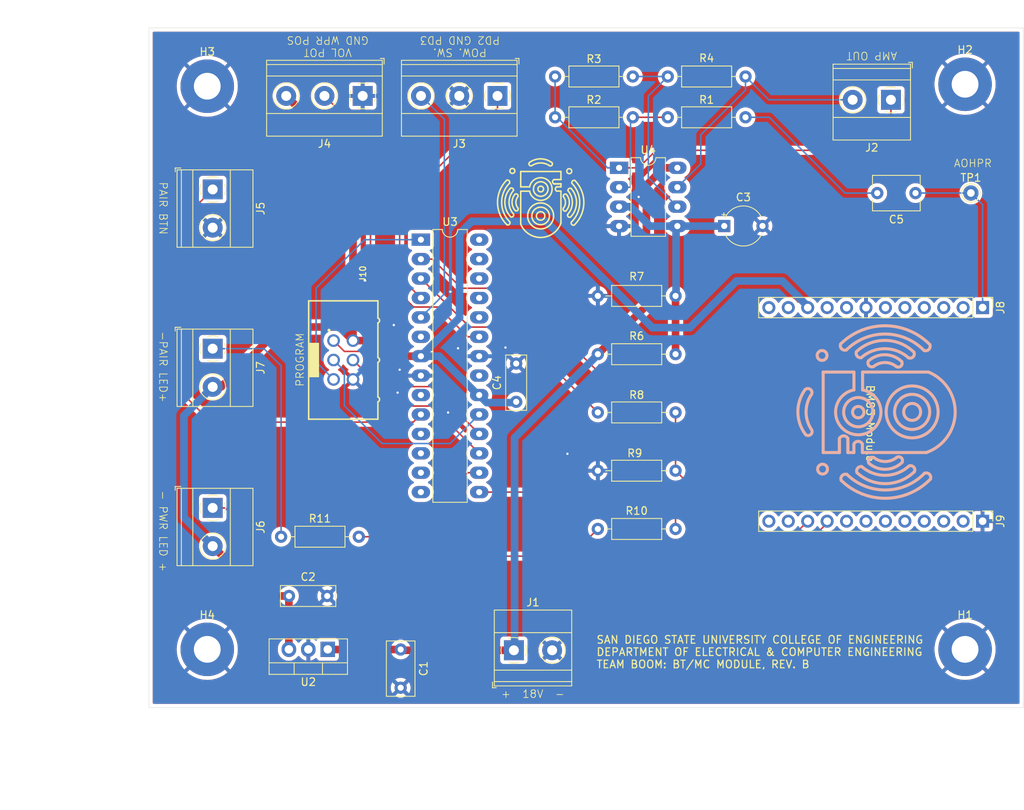
<source format=kicad_pcb>
(kicad_pcb (version 20240108) (generator "pcbnew") (generator_version "8.0")
  (layers (0 "F.Cu" signal) (31 "B.Cu" signal) (34 "B.Paste" user) (35 "F.Paste" user) (36 "B.SilkS" user "B.Silkscreen") (37 "F.SilkS" user "F.Silkscreen") (38 "B.Mask" user) (39 "F.Mask" user) (44 "Edge.Cuts" user))
  (net 0 "")
  (net 1 "AOHPR")
  (net 2 "Net-(J2-Pin_1)")
  (net 3 "Net-(J2-Pin_2)")
  (net 4 "GND")
  (net 5 "8V")
  (net 6 "18V")
  (net 7 "5V")
  (net 8 "Net-(J3-Pin_1)")
  (net 9 "Net-(J3-Pin_3)")
  (net 10 "Net-(J4-Pin_2)")
  (net 11 "Net-(J5-Pin_1)")
  (net 12 "Net-(J6-Pin_1)")
  (net 13 "Net-(J7-Pin_1)")
  (net 14 "/AIR")
  (net 17 "AOHPM")
  (net 18 "/P3_2")
  (net 20 "/SYS_PWR")
  (net 22 "/AIL")
  (net 24 "/RST_IN")
  (net 25 "/P3_4{slash}UART_RTS")
  (net 26 "BM83 Rx")
  (net 28 "BM83 Tx")
  (net 30 "/P2_7")
  (net 33 "/P0_5")
  (net 34 "Net-(U4A--)")
  (net 35 "Net-(U4B--)")
  (net 36 "Net-(U3-PB1)")
  (net 37 "Net-(U3-PB2)")
  (net 40 "Atmega TX")
  (net 42 "{slash}RESET")
  (net 44 "MISO")
  (net 45 "SCK")
  (net 52 "MOSI")
  (net 55 "Net-(C5-Pad2)")
  (footprint "MountingHole:MountingHole_3.5mm_Pad" (layer "F.Cu") (at 157.48 70.866)
    (property "Reference" "H2" (at 0 -4.5 0) (layer "F.SilkS"))
    (property "Value" "MountingHole_Pad")
    (pad "1" thru_hole circle (at 0 0) (size 7 7) (drill 3.5) (layers "*.Cu" "*.Mask") (net 4 "GND"))
  )
  (footprint "TerminalBlock_Phoenix:TerminalBlock_Phoenix_MKDS-1,5-3_1x03_P5.00mm_Horizontal" (layer "F.Cu") (at 96.36 72.39 180)
    (property "Reference" "J3" (at 5 -6.26 0) (layer "F.SilkS"))
    (property "Value" "PWR SW")
    (pad "1" thru_hole rect (at 0 0 180) (size 2.6 2.6) (drill 1.3) (layers "*.Cu" "*.Mask") (net 8 "Net-(J3-Pin_1)"))
    (pad "2" thru_hole circle (at 5 0 180) (size 2.6 2.6) (drill 1.3) (layers "*.Cu" "*.Mask") (net 4 "GND"))
    (pad "3" thru_hole circle (at 10 0 180) (size 2.6 2.6) (drill 1.3) (layers "*.Cu" "*.Mask") (net 9 "Net-(J3-Pin_3)"))
  )
  (footprint "Capacitor_THT:CP_Radial_Tantal_D5.0mm_P5.00mm" (layer "F.Cu") (at 126 89.4)
    (property "Reference" "C3" (at 2.5 -3.75 0) (layer "F.SilkS"))
    (property "Value" "10uF")
    (pad "1" thru_hole rect (at 0 0) (size 1.6 1.6) (drill 0.8) (layers "*.Cu" "*.Mask") (net 5 "8V"))
    (pad "2" thru_hole circle (at 5 0) (size 1.6 1.6) (drill 0.8) (layers "*.Cu" "*.Mask") (net 4 "GND"))
  )
  (footprint "TerminalBlock_Phoenix:TerminalBlock_Phoenix_MKDS-1,5-2_1x02_P5.00mm_Horizontal" (layer "F.Cu") (at 98.5 144.9)
    (property "Reference" "J1" (at 2.5 -6.26 0) (layer "F.SilkS"))
    (property "Value" "18V")
    (pad "1" thru_hole rect (at 0 0) (size 2.6 2.6) (drill 1.3) (layers "*.Cu" "*.Mask") (net 6 "18V"))
    (pad "2" thru_hole circle (at 5 0) (size 2.6 2.6) (drill 1.3) (layers "*.Cu" "*.Mask") (net 4 "GND"))
  )
  (footprint "Resistor_THT:R_Axial_DIN0207_L6.3mm_D2.5mm_P10.16mm_Horizontal" (layer "F.Cu") (at 119.634 121.412 180)
    (property "Reference" "R9" (at 5.334 2.286 0) (layer "F.SilkS"))
    (property "Value" "1.96k")
    (pad "1" thru_hole circle (at 0 0 180) (size 1.6 1.6) (drill 0.8) (layers "*.Cu" "*.Mask") (net 26 "BM83 Rx"))
    (pad "2" thru_hole oval (at 10.16 0 180) (size 1.6 1.6) (drill 0.8) (layers "*.Cu" "*.Mask") (net 4 "GND"))
  )
  (footprint "Capacitor_THT:C_Disc_D6.0mm_W4.4mm_P5.00mm" (layer "F.Cu") (at 151 85.1 180)
    (property "Reference" "C5" (at 2.5 -3.45 180) (layer "F.SilkS"))
    (property "Value" "10uF")
    (pad "1" thru_hole circle (at 0 0 180) (size 1.6 1.6) (drill 0.8) (layers "*.Cu" "*.Mask") (net 1 "AOHPR"))
    (pad "2" thru_hole circle (at 5 0 180) (size 1.6 1.6) (drill 0.8) (layers "*.Cu" "*.Mask") (net 55 "Net-(C5-Pad2)"))
  )
  (footprint "Resistor_THT:R_Axial_DIN0207_L6.3mm_D2.5mm_P10.16mm_Horizontal" (layer "F.Cu") (at 114.046 75.184 180)
    (property "Reference" "R2" (at 5.08 2.286 0) (layer "F.SilkS"))
    (property "Value" "4.7k")
    (pad "1" thru_hole circle (at 0 0 180) (size 1.6 1.6) (drill 0.8) (layers "*.Cu" "*.Mask") (net 34 "Net-(U4A--)"))
    (pad "2" thru_hole oval (at 10.16 0 180) (size 1.6 1.6) (drill 0.8) (layers "*.Cu" "*.Mask") (net 2 "Net-(J2-Pin_1)"))
  )
  (footprint "Connector_PinHeader_2.54mm:PinHeader_1x12_P2.54mm_Vertical" (layer "F.Cu") (at 159.771 100.076 -90)
    (property "Reference" "J8" (at 0 -2.33 90) (layer "F.SilkS"))
    (property "Value" "Conn_01x12")
    (pad "1" thru_hole rect (at 0 0 270) (size 1.7 1.7) (drill 1) (layers "*.Cu" "*.Mask") (net 1 "AOHPR"))
    (pad "2" thru_hole oval (at 0 2.54 270) (size 1.7 1.7) (drill 1) (layers "*.Cu" "*.Mask") (net 17 "AOHPM"))
    (pad "3" thru_hole oval (at 0 5.08 270) (size 1.7 1.7) (drill 1) (layers "*.Cu" "*.Mask"))
    (pad "4" thru_hole oval (at 0 7.62 270) (size 1.7 1.7) (drill 1) (layers "*.Cu" "*.Mask"))
    (pad "5" thru_hole oval (at 0 10.16 270) (size 1.7 1.7) (drill 1) (layers "*.Cu" "*.Mask") (net 14 "/AIR"))
    (pad "6" thru_hole oval (at 0 12.7 270) (size 1.7 1.7) (drill 1) (layers "*.Cu" "*.Mask") (net 22 "/AIL"))
    (pad "7" thru_hole oval (at 0 15.24 270) (size 1.7 1.7) (drill 1) (layers "*.Cu" "*.Mask") (net 4 "GND"))
    (pad "8" thru_hole oval (at 0 17.78 270) (size 1.7 1.7) (drill 1) (layers "*.Cu" "*.Mask") (net 18 "/P3_2"))
    (pad "9" thru_hole oval (at 0 20.32 270) (size 1.7 1.7) (drill 1) (layers "*.Cu" "*.Mask"))
    (pad "10" thru_hole oval (at 0 22.86 270) (size 1.7 1.7) (drill 1) (layers "*.Cu" "*.Mask") (net 7 "5V"))
    (pad "11" thru_hole oval (at 0 25.4 270) (size 1.7 1.7) (drill 1) (layers "*.Cu" "*.Mask") (net 20 "/SYS_PWR"))
    (pad "12" thru_hole oval (at 0 27.94 270) (size 1.7 1.7) (drill 1) (layers "*.Cu" "*.Mask"))
  )
  (footprint "TerminalBlock_Phoenix:TerminalBlock_Phoenix_MKDS-1,5-2_1x02_P5.00mm_Horizontal" (layer "F.Cu") (at 59.131 105.45 -90)
    (property "Reference" "J7" (at 2.5 -6.26 90) (layer "F.SilkS"))
    (property "Value" "Pair LED")
    (pad "1" thru_hole rect (at 0 0 270) (size 2.6 2.6) (drill 1.3) (layers "*.Cu" "*.Mask") (net 13 "Net-(J7-Pin_1)"))
    (pad "2" thru_hole circle (at 5 0 270) (size 2.6 2.6) (drill 1.3) (layers "*.Cu" "*.Mask") (net 7 "5V"))
  )
  (footprint "TerminalBlock_Phoenix:TerminalBlock_Phoenix_MKDS-1,5-2_1x02_P5.00mm_Horizontal" (layer "F.Cu") (at 147.788 72.898 180)
    (property "Reference" "J2" (at 2.5 -6.26 0) (layer "F.SilkS"))
    (property "Value" "Out to Amp")
    (pad "1" thru_hole rect (at 0 0 180) (size 2.6 2.6) (drill 1.3) (layers "*.Cu" "*.Mask") (net 2 "Net-(J2-Pin_1)"))
    (pad "2" thru_hole circle (at 5 0 180) (size 2.6 2.6) (drill 1.3) (layers "*.Cu" "*.Mask") (net 3 "Net-(J2-Pin_2)"))
  )
  (footprint "MountingHole:MountingHole_3.5mm_Pad" (layer "F.Cu") (at 157.48 144.78)
    (property "Reference" "H1" (at 0 -4.5 0) (layer "F.SilkS"))
    (property "Value" "MountingHole_Pad")
    (pad "1" thru_hole circle (at 0 0) (size 7 7) (drill 3.5) (layers "*.Cu" "*.Mask") (net 4 "GND"))
  )
  (footprint "Capacitor_THT:C_Rect_L7.0mm_W2.5mm_P5.00mm" (layer "F.Cu") (at 69.1 137.8)
    (property "Reference" "C2" (at 2.5 -2.5 0) (layer "F.SilkS"))
    (property "Value" "0.1uF")
    (pad "1" thru_hole circle (at 0 0) (size 1.6 1.6) (drill 0.8) (layers "*.Cu" "*.Mask") (net 7 "5V"))
    (pad "2" thru_hole circle (at 5 0) (size 1.6 1.6) (drill 0.8) (layers "*.Cu" "*.Mask") (net 4 "GND"))
  )
  (footprint "MountingHole:MountingHole_3.5mm_Pad" (layer "F.Cu") (at 58.42 144.78)
    (property "Reference" "H4" (at 0 -4.5 0) (layer "F.SilkS"))
    (property "Value" "MountingHole_Pad")
    (pad "1" thru_hole circle (at 0 0) (size 7 7) (drill 3.5) (layers "*.Cu" "*.Mask") (net 4 "GND"))
  )
  (footprint "TerminalBlock_Phoenix:TerminalBlock_Phoenix_MKDS-1,5-2_1x02_P5.00mm_Horizontal" (layer "F.Cu") (at 59.131 84.622 -90)
    (property "Reference" "J5" (at 2.5 -6.26 90) (layer "F.SilkS"))
    (property "Value" "Pairing BTN")
    (pad "1" thru_hole rect (at 0 0 270) (size 2.6 2.6) (drill 1.3) (layers "*.Cu" "*.Mask") (net 11 "Net-(J5-Pin_1)"))
    (pad "2" thru_hole circle (at 5 0 270) (size 2.6 2.6) (drill 1.3) (layers "*.Cu" "*.Mask") (net 4 "GND"))
  )
  (footprint "Package_DIP:DIP-8_W7.62mm_LongPads" (layer "F.Cu") (at 112.253 81.798)
    (property "Reference" "U4" (at 3.81 -2.33 0) (layer "F.SilkS"))
    (property "Value" "LF353N")
    (pad "1" thru_hole rect (at 0 0) (size 2.4 1.6) (drill 0.8) (layers "*.Cu" "*.Mask") (net 2 "Net-(J2-Pin_1)"))
    (pad "2" thru_hole oval (at 0 2.54) (size 2.4 1.6) (drill 0.8) (layers "*.Cu" "*.Mask") (net 34 "Net-(U4A--)"))
    (pad "3" thru_hole oval (at 0 5.08) (size 2.4 1.6) (drill 0.8) (layers "*.Cu" "*.Mask") (net 5 "8V"))
    (pad "4" thru_hole oval (at 0 7.62) (size 2.4 1.6) (drill 0.8) (layers "*.Cu" "*.Mask") (net 4 "GND"))
    (pad "5" thru_hole oval (at 7.62 7.62) (size 2.4 1.6) (drill 0.8) (layers "*.Cu" "*.Mask") (net 5 "8V"))
    (pad "6" thru_hole oval (at 7.62 5.08) (size 2.4 1.6) (drill 0.8) (layers "*.Cu" "*.Mask") (net 35 "Net-(U4B--)"))
    (pad "7" thru_hole oval (at 7.62 2.54) (size 2.4 1.6) (drill 0.8) (layers "*.Cu" "*.Mask") (net 3 "Net-(J2-Pin_2)"))
    (pad "8" thru_hole oval (at 7.62 0) (size 2.4 1.6) (drill 0.8) (layers "*.Cu" "*.Mask") (net 6 "18V"))
  )
  (footprint "Capacitor_THT:C_Rect_L7.0mm_W2.5mm_P5.00mm" (layer "F.Cu") (at 98.8 112.4 90)
    (property "Reference" "C4" (at 2.5 -2.5 90) (layer "F.SilkS"))
    (property "Value" "0.1uF")
    (pad "1" thru_hole circle (at 0 0 90) (size 1.6 1.6) (drill 0.8) (layers "*.Cu" "*.Mask") (net 7 "5V"))
    (pad "2" thru_hole circle (at 5 0 90) (size 1.6 1.6) (drill 0.8) (layers "*.Cu" "*.Mask") (net 4 "GND"))
  )
  (footprint "Z_Custom_Footprints:ICE_Header" (layer "F.Cu") (at 76.2 106.934 -90)
    (property "Reference" "J10" (at -11.27 -2.561 90) (layer "F.SilkS") (effects (font (size 0.8 0.8))))
    (property "Value" "ICE Header")
    (property "VALUE" "61200621621" (hide yes))
    (pad "1" thru_hole circle (at -2.54 1.27 270) (size 1.65 1.65) (drill 1.1) (layers "*.Cu" "*.Mask") (net 44 "MISO"))
    (pad "2" thru_hole circle (at -2.54 -1.27 270) (size 1.65 1.65) (drill 1.1) (layers "*.Cu" "*.Mask") (net 7 "5V"))
    (pad "3" thru_hole circle (at 0 1.27 270) (size 1.65 1.65) (drill 1.1) (layers "*.Cu" "*.Mask") (net 45 "SCK"))
    (pad "4" thru_hole circle (at 0 -1.27 270) (size 1.65 1.65) (drill 1.1) (layers "*.Cu" "*.Mask") (net 52 "MOSI"))
    (pad "5" thru_hole circle (at 2.54 1.27 270) (size 1.65 1.65) (drill 1.1) (layers "*.Cu" "*.Mask") (net 42 "{slash}RESET"))
    (pad "6" thru_hole circle (at 2.54 -1.27 270) (size 1.65 1.65) (drill 1.1) (layers "*.Cu" "*.Mask") (net 4 "GND"))
  )
  (footprint "Resistor_THT:R_Axial_DIN0207_L6.3mm_D2.5mm_P10.16mm_Horizontal" (layer "F.Cu") (at 109.474 129.032)
    (property "Reference" "R10" (at 5.08 -2.37 0) (layer "F.SilkS"))
    (property "Value" "100")
    (pad "1" thru_hole circle (at 0 0) (size 1.6 1.6) (drill 0.8) (layers "*.Cu" "*.Mask") (net 12 "Net-(J6-Pin_1)"))
    (pad "2" thru_hole oval (at 10.16 0) (size 1.6 1.6) (drill 0.8) (layers "*.Cu" "*.Mask") (net 36 "Net-(U3-PB1)"))
  )
  (footprint "Resistor_THT:R_Axial_DIN0207_L6.3mm_D2.5mm_P10.16mm_Horizontal" (layer "F.Cu") (at 128.778 75.184 180)
    (property "Reference" "R1" (at 5.08 2.286 0) (layer "F.SilkS"))
    (property "Value" "1k")
    (pad "1" thru_hole circle (at 0 0 180) (size 1.6 1.6) (drill 0.8) (layers "*.Cu" "*.Mask") (net 55 "Net-(C5-Pad2)"))
    (pad "2" thru_hole oval (at 10.16 0 180) (size 1.6 1.6) (drill 0.8) (layers "*.Cu" "*.Mask") (net 34 "Net-(U4A--)"))
  )
  (footprint "Resistor_THT:R_Axial_DIN0207_L6.3mm_D2.5mm_P10.16mm_Horizontal" (layer "F.Cu") (at 119.634 98.552 180)
    (property "Reference" "R7" (at 5.08 2.54 0) (layer "F.SilkS"))
    (property "Value" "12k")
    (pad "1" thru_hole circle (at 0 0 180) (size 1.6 1.6) (drill 0.8) (layers "*.Cu" "*.Mask") (net 5 "8V"))
    (pad "2" thru_hole oval (at 10.16 0 180) (size 1.6 1.6) (drill 0.8) (layers "*.Cu" "*.Mask") (net 4 "GND"))
  )
  (footprint "Package_DIP:DIP-28_W7.62mm_LongPads" (layer "F.Cu") (at 86.345 91.196)
    (property "Reference" "U3" (at 3.81 -2.33 0) (layer "F.SilkS"))
    (property "Value" "ATmega328P-P")
    (pad "1" thru_hole rect (at 0 0) (size 2.4 1.6) (drill 0.8) (layers "*.Cu" "*.Mask") (net 42 "{slash}RESET"))
    (pad "2" thru_hole oval (at 0 2.54) (size 2.4 1.6) (drill 0.8) (layers "*.Cu" "*.Mask") (net 28 "BM83 Tx"))
    (pad "3" thru_hole oval (at 0 5.08) (size 2.4 1.6) (drill 0.8) (layers "*.Cu" "*.Mask") (net 40 "Atmega TX"))
    (pad "4" thru_hole oval (at 0 7.62) (size 2.4 1.6) (drill 0.8) (layers "*.Cu" "*.Mask") (net 8 "Net-(J3-Pin_1)"))
    (pad "5" thru_hole oval (at 0 10.16) (size 2.4 1.6) (drill 0.8) (layers "*.Cu" "*.Mask") (net 9 "Net-(J3-Pin_3)"))
    (pad "6" thru_hole oval (at 0 12.7) (size 2.4 1.6) (drill 0.8) (layers "*.Cu" "*.Mask"))
    (pad "7" thru_hole oval (at 0 15.24) (size 2.4 1.6) (drill 0.8) (layers "*.Cu" "*.Mask") (net 7 "5V"))
    (pad "8" thru_hole oval (at 0 17.78) (size 2.4 1.6) (drill 0.8) (layers "*.Cu" "*.Mask") (net 4 "GND"))
    (pad "9" thru_hole oval (at 0 20.32) (size 2.4 1.6) (drill 0.8) (layers "*.Cu" "*.Mask"))
    (pad "10" thru_hole oval (at 0 22.86) (size 2.4 1.6) (drill 0.8) (layers "*.Cu" "*.Mask") (net 11 "Net-(J5-Pin_1)"))
    (pad "11" thru_hole oval (at 0 25.4) (size 2.4 1.6) (drill 0.8) (layers "*.Cu" "*.Mask"))
    (pad "12" thru_hole oval (at 0 27.94) (size 2.4 1.6) (drill 0.8) (layers "*.Cu" "*.Mask"))
    (pad "13" thru_hole oval (at 0 30.48) (size 2.4 1.6) (drill 0.8) (layers "*.Cu" "*.Mask"))
    (pad "14" thru_hole oval (at 0 33.02) (size 2.4 1.6) (drill 0.8) (layers "*.Cu" "*.Mask"))
    (pad "15" thru_hole oval (at 7.62 33.02) (size 2.4 1.6) (drill 0.8) (layers "*.Cu" "*.Mask") (net 36 "Net-(U3-PB1)"))
    (pad "16" thru_hole oval (at 7.62 30.48) (size 2.4 1.6) (drill 0.8) (layers "*.Cu" "*.Mask") (net 37 "Net-(U3-PB2)"))
    (pad "17" thru_hole oval (at 7.62 27.94) (size 2.4 1.6) (drill 0.8) (layers "*.Cu" "*.Mask") (net 52 "MOSI"))
    (pad "18" thru_hole oval (at 7.62 25.4) (size 2.4 1.6) (drill 0.8) (layers "*.Cu" "*.Mask") (net 44 "MISO"))
    (pad "19" thru_hole oval (at 7.62 22.86) (size 2.4 1.6) (drill 0.8) (layers "*.Cu" "*.Mask") (net 45 "SCK"))
    (pad "20" thru_hole oval (at 7.62 20.32) (size 2.4 1.6) (drill 0.8) (layers "*.Cu" "*.Mask") (net 7 "5V"))
    (pad "21" thru_hole oval (at 7.62 17.78) (size 2.4 1.6) (drill 0.8) (layers "*.Cu" "*.Mask"))
    (pad "22" thru_hole oval (at 7.62 15.24) (size 2.4 1.6) (drill 0.8) (layers "*.Cu" "*.Mask") (net 4 "GND"))
    (pad "23" thru_hole oval (at 7.62 12.7) (size 2.4 1.6) (drill 0.8) (layers "*.Cu" "*.Mask") (net 10 "Net-(J4-Pin_2)"))
    (pad "24" thru_hole oval (at 7.62 10.16) (size 2.4 1.6) (drill 0.8) (layers "*.Cu" "*.Mask"))
    (pad "25" thru_hole oval (at 7.62 7.62) (size 2.4 1.6) (drill 0.8) (layers "*.Cu" "*.Mask"))
    (pad "26" thru_hole oval (at 7.62 5.08) (size 2.4 1.6) (drill 0.8) (layers "*.Cu" "*.Mask"))
    (pad "27" thru_hole oval (at 7.62 2.54) (size 2.4 1.6) (drill 0.8) (layers "*.Cu" "*.Mask"))
    (pad "28" thru_hole oval (at 7.62 0) (size 2.4 1.6) (drill 0.8) (layers "*.Cu" "*.Mask"))
  )
  (footprint "Resistor_THT:R_Axial_DIN0207_L6.3mm_D2.5mm_P10.16mm_Horizontal" (layer "F.Cu") (at 118.618 69.85)
    (property "Reference" "R4" (at 5.08 -2.391 0) (layer "F.SilkS"))
    (property "Value" "10k")
    (pad "1" thru_hole circle (at 0 0) (size 1.6 1.6) (drill 0.8) (layers "*.Cu" "*.Mask") (net 35 "Net-(U4B--)"))
    (pad "2" thru_hole oval (at 10.16 0) (size 1.6 1.6) (drill 0.8) (layers "*.Cu" "*.Mask") (net 3 "Net-(J2-Pin_2)"))
  )
  (footprint "Capacitor_THT:C_Rect_L7.0mm_W3.5mm_P5.00mm" (layer "F.Cu") (at 83.7 144.8 -90)
    (property "Reference" "C1" (at 2.5 -3 90) (layer "F.SilkS"))
    (property "Value" "0.22uF")
    (pad "1" thru_hole circle (at 0 0 270) (size 1.6 1.6) (drill 0.8) (layers "*.Cu" "*.Mask") (net 6 "18V"))
    (pad "2" thru_hole circle (at 5 0 270) (size 1.6 1.6) (drill 0.8) (layers "*.Cu" "*.Mask") (net 4 "GND"))
  )
  (footprint "Resistor_THT:R_Axial_DIN0207_L6.3mm_D2.5mm_P10.16mm_Horizontal" (layer "F.Cu") (at 109.474 113.792)
    (property "Reference" "R8" (at 5.08 -2.286 0) (layer "F.SilkS"))
    (property "Value" "1k")
    (pad "1" thru_hole circle (at 0 0) (size 1.6 1.6) (drill 0.8) (layers "*.Cu" "*.Mask") (net 40 "Atmega TX"))
    (pad "2" thru_hole oval (at 10.16 0) (size 1.6 1.6) (drill 0.8) (layers "*.Cu" "*.Mask") (net 26 "BM83 Rx"))
  )
  (footprint "MountingHole:MountingHole_3.5mm_Pad" (layer "F.Cu") (at 58.42 71.12)
    (property "Reference" "H3" (at 0 -4.5 0) (layer "F.SilkS"))
    (property "Value" "MountingHole_Pad")
    (pad "1" thru_hole circle (at 0 0) (size 7 7) (drill 3.5) (layers "*.Cu" "*.Mask") (net 4 "GND"))
  )
  (footprint "Connector_PinHeader_2.54mm:PinHeader_1x12_P2.54mm_Vertical" (layer "F.Cu") (at 159.771 128.016 -90)
    (property "Reference" "J9" (at 0 -2.33 90) (layer "F.SilkS"))
    (property "Value" "Conn_01x12")
    (pad "1" thru_hole rect (at 0 0 270) (size 1.7 1.7) (drill 1) (layers "*.Cu" "*.Mask") (net 4 "GND"))
    (pad "2" thru_hole oval (at 0 2.54 270) (size 1.7 1.7) (drill 1) (layers "*.Cu" "*.Mask") (net 24 "/RST_IN"))
    (pad "3" thru_hole oval (at 0 5.08 270) (size 1.7 1.7) (drill 1) (layers "*.Cu" "*.Mask") (net 30 "/P2_7"))
    (pad "4" thru_hole oval (at 0 7.62 270) (size 1.7 1.7) (drill 1) (layers "*.Cu" "*.Mask") (net 33 "/P0_5"))
    (pad "5" thru_hole oval (at 0 10.16 270) (size 1.7 1.7) (drill 1) (layers "*.Cu" "*.Mask"))
    (pad "6" thru_hole oval (at 0 12.7 270) (size 1.7 1.7) (drill 1) (layers "*.Cu" "*.Mask"))
    (pad "7" thru_hole oval (at 0 15.24 270) (size 1.7 1.7) (drill 1) (layers "*.Cu" "*.Mask") (net 25 "/P3_4{slash}UART_RTS"))
    (pad "8" thru_hole oval (at 0 17.78 270) (size 1.7 1.7) (drill 1) (layers "*.Cu" "*.Mask"))
    (pad "9" thru_hole oval (at 0 20.32 270) (size 1.7 1.7) (drill 1) (layers "*.Cu" "*.Mask") (net 28 "BM83 Tx"))
    (pad "10" thru_hole oval (at 0 22.86 270) (size 1.7 1.7) (drill 1) (layers "*.Cu" "*.Mask") (net 26 "BM83 Rx"))
    (pad "11" thru_hole oval (at 0 25.4 270) (size 1.7 1.7) (drill 1) (layers "*.Cu" "*.Mask"))
    (pad "12" thru_hole oval (at 0 27.94 270) (size 1.7 1.7) (drill 1) (layers "*.Cu" "*.Mask"))
  )
  (footprint "TerminalBlock_Phoenix:TerminalBlock_Phoenix_MKDS-1,5-2_1x02_P5.00mm_Horizontal" (layer "F.Cu") (at 59.131 126.278 -90)
    (property "Reference" "J6" (at 2.5 -6.26 90) (layer "F.SilkS"))
    (property "Value" "PWR LED")
    (pad "1" thru_hole rect (at 0 0 270) (size 2.6 2.6) (drill 1.3) (layers "*.Cu" "*.Mask") (net 12 "Net-(J6-Pin_1)"))
    (pad "2" thru_hole circle (at 5 0 270) (size 2.6 2.6) (drill 1.3) (layers "*.Cu" "*.Mask") (net 7 "5V"))
  )
  (footprint "Resistor_THT:R_Axial_DIN0207_L6.3mm_D2.5mm_P10.16mm_Horizontal" (layer "F.Cu") (at 68.072 130.048)
    (property "Reference" "R11" (at 5.08 -2.37 0) (layer "F.SilkS"))
    (property "Value" "100")
    (pad "1" thru_hole circle (at 0 0) (size 1.6 1.6) (drill 0.8) (layers "*.Cu" "*.Mask") (net 13 "Net-(J7-Pin_1)"))
    (pad "2" thru_hole oval (at 10.16 0) (size 1.6 1.6) (drill 0.8) (layers "*.Cu" "*.Mask") (net 37 "Net-(U3-PB2)"))
  )
  (footprint "TerminalBlock_Phoenix:TerminalBlock_Phoenix_MKDS-1,5-3_1x03_P5.00mm_Horizontal" (layer "F.Cu") (at 78.74 72.39 180)
    (property "Reference" "J4" (at 5 -6.26 0) (layer "F.SilkS"))
    (property "Value" "Volume POT")
    (pad "1" thru_hole rect (at 0 0 180) (size 2.6 2.6) (drill 1.3) (layers "*.Cu" "*.Mask") (net 4 "GND"))
    (pad "2" thru_hole circle (at 5 0 180) (size 2.6 2.6) (drill 1.3) (layers "*.Cu" "*.Mask") (net 10 "Net-(J4-Pin_2)"))
    (pad "3" thru_hole circle (at 10 0 180) (size 2.6 2.6) (drill 1.3) (layers "*.Cu" "*.Mask") (net 7 "5V"))
  )
  (footprint "TestPoint:TestPoint_THTPad_D2.0mm_Drill1.0mm" (layer "F.Cu") (at 158.242 85.09)
    (property "Reference" "TP1" (at 0 -1.998 0) (layer "F.SilkS"))
    (property "Value" "AOHPR")
    (pad "1" thru_hole circle (at 0 0) (size 2 2) (drill 1) (layers "*.Cu" "*.Mask") (net 1 "AOHPR"))
  )
  (footprint "Package_TO_SOT_THT:TO-220-3_Vertical" (layer "F.Cu") (at 74.168 144.78 180)
    (property "Reference" "U2" (at 2.54 -4.27 0) (layer "F.SilkS"))
    (property "Value" "LM7805_TO220")
    (pad "1" thru_hole rect (at 0 0 180) (size 1.905 2) (drill 1.1) (layers "*.Cu" "*.Mask") (net 6 "18V"))
    (pad "2" thru_hole oval (at 2.54 0 180) (size 1.905 2) (drill 1.1) (layers "*.Cu" "*.Mask") (net 4 "GND"))
    (pad "3" thru_hole oval (at 5.08 0 180) (size 1.905 2) (drill 1.1) (layers "*.Cu" "*.Mask") (net 7 "5V"))
  )
  (footprint "Resistor_THT:R_Axial_DIN0207_L6.3mm_D2.5mm_P10.16mm_Horizontal" (layer "F.Cu") (at 114.046 69.85 180)
    (property "Reference" "R3" (at 5.08 2.286 0) (layer "F.SilkS"))
    (property "Value" "10k")
    (pad "1" thru_hole circle (at 0 0 180) (size 1.6 1.6) (drill 0.8) (layers "*.Cu" "*.Mask") (net 35 "Net-(U4B--)"))
    (pad "2" thru_hole oval (at 10.16 0 180) (size 1.6 1.6) (drill 0.8) (layers "*.Cu" "*.Mask") (net 2 "Net-(J2-Pin_1)"))
  )
  (footprint "Resistor_THT:R_Axial_DIN0207_L6.3mm_D2.5mm_P10.16mm_Horizontal" (layer "F.Cu") (at 109.474 106.172)
    (property "Reference" "R6" (at 5.08 -2.37 0) (layer "F.SilkS"))
    (property "Value" "15k")
    (pad "1" thru_hole circle (at 0 0) (size 1.6 1.6) (drill 0.8) (layers "*.Cu" "*.Mask") (net 6 "18V"))
    (pad "2" thru_hole oval (at 10.16 0) (size 1.6 1.6) (drill 0.8) (layers "*.Cu" "*.Mask") (net 5 "8V"))
  )
  (gr_arc (start 150.794111 105.909759) (mid 150.686406 106.520636) (end 150.078452 106.643967) (stroke (width 0.4)) (layer "B.SilkS"))
  (gr_arc (start 152.8815 104.923872) (mid 152.741671 105.554341) (end 152.108481 105.681373) (stroke (width 0.4)) (layer "B.SilkS"))
  (gr_line (start 142.953716 110.843949) (end 142.953716 108.511315) (stroke (width 0.4)) (layer "B.SilkS"))
  (gr_line (start 152.69005 108.511315) (end 144.085627 108.511315) (stroke (width 0.4)) (layer "B.SilkS"))
  (gr_arc (start 152.178572 121.747072) (mid 147.143584 123.934409) (end 142.043643 121.903116) (stroke (width 0.4)) (layer "B.SilkS"))
  (gr_arc (start 141.972577 105.613765) (mid 147.0546 103.53805) (end 152.108481 105.681373) (stroke (width 0.4)) (layer "B.SilkS"))
  (gr_arc (start 137.355993 115.951912) (mid 137.345224 116.641012) (end 136.660091 116.715868) (stroke (width 0.4)) (layer "B.SilkS"))
  (gr_arc (start 145.529709 107.776815) (mid 147.013967 107.263895) (end 148.492593 107.792828) (stroke (width 0.4)) (layer "B.SilkS"))
  (gr_line (start 138.930369 108.511315) (end 138.930369 119.032421) (stroke (width 0.4)) (layer "B.SilkS"))
  (gr_arc (start 144.085627 110.843982) (mid 143.519499 116.714322) (end 142.953716 110.843949) (stroke (width 0.4)) (layer "B.SilkS"))
  (gr_line (start 141.053043 119.032421) (end 141.053043 117.204302) (stroke (width 0.4)) (layer "B.SilkS"))
  (gr_arc (start 152.178572 121.747072) (mid 152.812841 121.868564) (end 152.958171 122.497799) (stroke (width 0.4)) (layer "B.SilkS"))
  (gr_arc (start 136.563438 110.816967) (mid 137.312702 110.821995) (end 137.307666 111.571253) (stroke (width 0.4)) (layer "B.SilkS"))
  (gr_line (start 142.16364 119.032421) (end 142.947014 119.032421) (stroke (width 0.4)) (layer "B.SilkS"))
  (gr_circle (center 150.561811 113.721123) (end 150.561811 117.116624) (stroke (width 0.4)) (fill none) (layer "B.SilkS"))
  (gr_circle (center 150.561811 113.721123) (end 150.561811 116.018418) (stroke (width 0.4)) (fill none) (layer "B.SilkS"))
  (gr_circle (center 143.519541 113.751846) (end 143.519541 114.496537) (stroke (width 0.4)) (fill none) (layer "B.SilkS"))
  (gr_arc (start 148.544399 119.667247) (mid 147.070443 120.209061) (end 145.581767 119.709111) (stroke (width 0.4)) (layer "B.SilkS"))
  (gr_line (start 141.053043 117.204302) (end 141.053043 119.032421) (stroke (width 0.4)) (layer "B.SilkS"))
  (gr_arc (start 149.251822 120.317729) (mid 147.107223 121.224939) (end 144.91473 120.440528) (stroke (width 0.4)) (layer "B.SilkS"))
  (gr_line (start 142.16364 117.204302) (end 142.16364 119.032421) (stroke (width 0.4)) (layer "B.SilkS"))
  (gr_arc (start 141.972577 105.613765) (mid 141.346253 105.473208) (end 141.209731 104.846019) (stroke (width 0.4)) (layer "B.SilkS"))
  (gr_circle (center 138.851728 121.205208) (end 138.851728 121.850378) (stroke (width 0.4)) (fill none) (layer "B.SilkS"))
  (gr_arc (start 152.69005 108.511315) (mid 156.18773 113.86427) (end 152.422348 119.032421) (stroke (width 0.4)) (layer "B.SilkS"))
  (gr_line (start 144.057611 117.922791) (end 144.057611 119.032421) (stroke (width 0.4)) (layer "B.SilkS"))
  (gr_arc (start 150.862259 121.530163) (mid 147.132797 123.103503) (end 143.348963 121.66583) (stroke (width 0.4)) (layer "B.SilkS"))
  (gr_arc (start 141.287526 122.677488) (mid 141.418605 122.049146) (end 142.043643 121.903116) (stroke (width 0.4)) (layer "B.SilkS"))
  (gr_arc (start 144.91473 120.440528) (mid 144.970602 119.821602) (end 145.581767 119.709111) (stroke (width 0.4)) (layer "B.SilkS"))
  (gr_line (start 138.930369 119.032421) (end 141.053043 119.032421) (stroke (width 0.4)) (layer "B.SilkS"))
  (gr_line (start 142.16364 117.204303) (end 142.16364 119.032421) (stroke (width 0.4)) (layer "B.SilkS"))
  (gr_arc (start 150.140221 120.802227) (mid 147.066255 122.015473) (end 143.966205 120.870526) (stroke (width 0.4)) (layer "B.SilkS"))
  (gr_arc (start 144.856316 107.051246) (mid 147.041882 106.247738) (end 149.194314 107.136198) (stroke (width 0.4)) (layer "B.SilkS"))
  (gr_arc (start 136.660091 116.715868) (mid 135.62654 113.782562) (end 136.563438 110.816967) (stroke (width 0.4)) (layer "B.SilkS"))
  (gr_circle (center 150.561811 113.721123) (end 150.561811 114.828858) (stroke (width 0.4)) (fill none) (layer "B.SilkS"))
  (gr_arc (start 152.958171 122.497799) (mid 147.160246 125.016578) (end 141.287526 122.677488) (stroke (width 0.4)) (layer "B.SilkS"))
  (gr_arc (start 141.053043 117.204302) (mid 141.608344 116.857103) (end 142.16364 117.204303) (stroke (width 0.4)) (layer "B.SilkS"))
  (gr_arc (start 143.348963 121.66583) (mid 143.428707 121.090546) (end 143.966205 120.870526) (stroke (width 0.4)) (layer "B.SilkS"))
  (gr_line (start 142.947014 119.032421) (end 142.947014 117.922682) (stroke (width 0.4)) (layer "B.SilkS"))
  (gr_arc (start 143.279918 105.839652) (mid 147.051063 104.369016) (end 150.794111 105.909759) (stroke (width 0.4)) (layer "B.SilkS"))
  (gr_arc (start 149.194314 107.136198) (mid 149.091362 107.729471) (end 148.492593 107.792828) (stroke (width 0.4)) (layer "B.SilkS"))
  (gr_arc (start 137.355993 115.951912) (mid 136.698354 113.768571) (end 137.307666 111.571253) (stroke (width 0.4)) (layer "B.SilkS"))
  (gr_line (start 144.057611 119.032421) (end 152.422348 119.032421) (stroke (width 0.4)) (layer "B.SilkS"))
  (gr_arc (start 143.904075 106.629541) (mid 146.994018 105.457595) (end 150.078452 106.643967) (stroke (width 0.4)) (layer "B.SilkS"))
  (gr_arc (start 148.544399 119.667247) (mid 149.143698 119.725407) (end 149.251822 120.317729) (stroke (width 0.4)) (layer "B.SilkS"))
  (gr_arc (start 143.904075 106.629541) (mid 143.364671 106.414238) (end 143.279918 105.839652) (stroke (width 0.4)) (layer "B.SilkS"))
  (gr_arc (start 141.209731 104.846019) (mid 147.061818 102.455777) (end 152.8815 104.923872) (stroke (width 0.4)) (layer "B.SilkS"))
  (gr_arc (start 150.140221 120.802227) (mid 150.749227 120.920219) (end 150.862259 121.530163) (stroke (width 0.4)) (layer "B.SilkS"))
  (gr_line (start 144.085627 108.511315) (end 144.085627 110.843982) (stroke (width 0.4)) (layer "B.SilkS"))
  (gr_arc (start 145.529709 107.776815) (mid 144.917586 107.669649) (end 144.856316 107.051246) (stroke (width 0.4)) (layer "B.SilkS"))
  (gr_circle (center 138.786873 106.339497) (end 138.786873 106.984666) (stroke (width 0.4)) (fill none) (layer "B.SilkS"))
  (gr_arc (start 142.947014 117.922682) (mid 143.502347 117.575572) (end 144.057611 117.922791) (stroke (width 0.4)) (layer "B.SilkS"))
  (gr_line (start 142.953716 108.511315) (end 138.930369 108.511315) (stroke (width 0.4)) (layer "B.SilkS"))
  (gr_circle (center 143.519541 113.751846) (end 143.519541 115.663696) (stroke (width 0.4)) (fill none) (layer "B.SilkS"))
  (gr_line (start 104.652879 82.273391) (end 104.652879 83.334728) (stroke (width 0.2)) (layer "F.SilkS"))
  (gr_circle (center 102.012592 84.567977) (end 102.968517 84.567977) (stroke (width 0.2)) (fill none) (layer "F.SilkS"))
  (gr_circle (center 101.99723 88.089112) (end 103.145878 88.089112) (stroke (width 0.2)) (fill none) (layer "F.SilkS"))
  (gr_arc (start 106.475413 83.45197) (mid 107.644958 86.38833) (end 106.385569 89.287292) (stroke (width 0.2)) (layer "F.SilkS"))
  (gr_line (start 99.392326 84.85102) (end 100.558669 84.85102) (stroke (width 0.2)) (layer "F.SilkS"))
  (gr_arc (start 98.458652 87.847433) (mid 98.397019 88.15141) (end 98.091548 88.205262) (stroke (width 0.2)) (layer "F.SilkS"))
  (gr_arc (start 104.991224 85.59909) (mid 105.241192 86.343427) (end 104.970292 87.080406) (stroke (width 0.2)) (layer "F.SilkS"))
  (gr_circle (center 98.306417 82.201643) (end 98.629002 82.201643) (stroke (width 0.2)) (fill none) (layer "F.SilkS"))
  (gr_arc (start 100.558643 84.285065) (mid 103.49383 84.567956) (end 100.558669 84.85102) (stroke (width 0.2)) (layer "F.SilkS"))
  (gr_arc (start 106.385569 89.287292) (mid 106.070892 89.214644) (end 106.010205 88.897493) (stroke (width 0.2)) (layer "F.SilkS"))
  (gr_line (start 99.392326 89.153231) (end 99.392326 84.85102) (stroke (width 0.2)) (layer "F.SilkS"))
  (gr_arc (start 100.545152 81.089926) (mid 102.027948 80.621477) (end 103.494603 81.138253) (stroke (width 0.2)) (layer "F.SilkS"))
  (gr_line (start 100.558643 84.285065) (end 99.392326 84.285065) (stroke (width 0.2)) (layer "F.SilkS"))
  (gr_arc (start 105.571932 84.791309) (mid 106.144402 86.341334) (end 105.537782 87.878317) (stroke (width 0.2)) (layer "F.SilkS"))
  (gr_arc (start 106.088227 83.830029) (mid 106.161241 83.517509) (end 106.475413 83.45197) (stroke (width 0.2)) (layer "F.SilkS"))
  (gr_line (start 104.652879 83.890027) (end 104.652879 84.281714) (stroke (width 0.2)) (layer "F.SilkS"))
  (gr_line (start 103.73882 83.334728) (end 104.652879 83.334728) (stroke (width 0.2)) (layer "F.SilkS"))
  (gr_arc (start 105.571932 84.791309) (mid 105.681942 84.52256) (end 105.969584 84.482689) (stroke (width 0.2)) (layer "F.SilkS"))
  (gr_line (start 103.73882 83.890027) (end 104.652879 83.890027) (stroke (width 0.2)) (layer "F.SilkS"))
  (gr_arc (start 100.922295 81.46204) (mid 102.020951 81.157395) (end 103.112625 81.486204) (stroke (width 0.2)) (layer "F.SilkS"))
  (gr_arc (start 98.458652 87.847433) (mid 97.865465 86.305216) (end 98.451439 84.760244) (stroke (width 0.2)) (layer "F.SilkS"))
  (gr_arc (start 98.091548 88.205262) (mid 97.321178 86.333738) (end 98.056495 84.448166) (stroke (width 0.2)) (layer "F.SilkS"))
  (gr_arc (start 105.969584 84.482689) (mid 106.688418 86.374604) (end 105.90175 88.239336) (stroke (width 0.2)) (layer "F.SilkS"))
  (gr_line (start 104.652879 84.837013) (end 104.652879 89.019382) (stroke (width 0.2)) (layer "F.SilkS"))
  (gr_arc (start 97.598605 89.248957) (mid 96.364557 86.339117) (end 97.559679 83.413073) (stroke (width 0.2)) (layer "F.SilkS"))
  (gr_arc (start 104.098064 84.837013) (mid 103.924458 84.559362) (end 104.098064 84.281714) (stroke (width 0.2)) (layer "F.SilkS"))
  (gr_arc (start 104.652879 89.019382) (mid 102.068803 90.902072) (end 99.392326 89.153231) (stroke (width 0.2)) (layer "F.SilkS"))
  (gr_arc (start 106.088227 83.830029) (mid 107.103874 86.379999) (end 106.010205 88.897493) (stroke (width 0.2)) (layer "F.SilkS"))
  (gr_arc (start 103.73882 83.890027) (mid 103.565268 83.61239) (end 103.73882 83.334728) (stroke (width 0.2)) (layer "F.SilkS"))
  (gr_line (start 104.652879 84.281714) (end 104.098064 84.281714) (stroke (width 0.2)) (layer "F.SilkS"))
  (gr_circle (center 102.012592 84.567977) (end 102.384937 84.567977) (stroke (width 0.2)) (fill none) (layer "F.SilkS"))
  (gr_arc (start 105.295533 87.434118) (mid 104.999442 87.380039) (end 104.970292 87.080406) (stroke (width 0.2)) (layer "F.SilkS"))
  (gr_arc (start 104.991224 85.59909) (mid 105.047455 85.293454) (end 105.356933 85.265572) (stroke (width 0.2)) (layer "F.SilkS"))
  (gr_circle (center 101.99723 88.089112) (end 103.694981 88.089112) (stroke (width 0.2)) (fill none) (layer "F.SilkS"))
  (gr_line (start 103.73882 83.890027) (end 104.652879 83.890027) (stroke (width 0.2)) (layer "F.SilkS"))
  (gr_arc (start 103.494603 81.138253) (mid 103.457184 81.480737) (end 103.112625 81.486204) (stroke (width 0.2)) (layer "F.SilkS"))
  (gr_line (start 104.098064 84.837013) (end 104.652879 84.837013) (stroke (width 0.2)) (layer "F.SilkS"))
  (gr_circle (center 105.739273 82.234071) (end 106.061858 82.234071) (stroke (width 0.2)) (fill none) (layer "F.SilkS"))
  (gr_arc (start 99.033083 87.054504) (mid 99.001387 87.353872) (end 98.704768 87.405364) (stroke (width 0.2)) (layer "F.SilkS"))
  (gr_arc (start 97.977355 88.862448) (mid 96.905694 86.335507) (end 97.943552 83.794495) (stroke (width 0.2)) (layer "F.SilkS"))
  (gr_arc (start 98.056495 84.448166) (mid 98.343752 84.490556) (end 98.451439 84.760244) (stroke (width 0.2)) (layer "F.SilkS"))
  (gr_arc (start 97.559679 83.413073) (mid 97.873308 83.481328) (end 97.943552 83.794495) (stroke (width 0.2)) (layer "F.SilkS"))
  (gr_arc (start 105.356933 85.265572) (mid 105.749138 86.36182) (end 105.295533 87.434118) (stroke (width 0.2)) (layer "F.SilkS"))
  (gr_arc (start 97.977355 88.862448) (mid 97.913844 89.179076) (end 97.598605 89.248957) (stroke (width 0.2)) (layer "F.SilkS"))
  (gr_line (start 99.392326 84.285065) (end 99.392326 82.273391) (stroke (width 0.2)) (layer "F.SilkS"))
  (gr_line (start 104.652879 83.334728) (end 103.73882 83.334728) (stroke (width 0.2)) (layer "F.SilkS"))
  (gr_arc (start 99.033083 87.054504) (mid 98.76862 86.315192) (end 99.025077 85.573062) (stroke (width 0.2)) (layer "F.SilkS"))
  (gr_arc (start 98.704768 87.405364) (mid 98.260539 86.329148) (end 98.662292 85.236365) (stroke (width 0.2)) (layer "F.SilkS"))
  (gr_arc (start 105.90175 88.239336) (mid 105.596747 88.182842) (end 105.537782 87.878317) (stroke (width 0.2)) (layer "F.SilkS"))
  (gr_line (start 99.392326 82.273391) (end 104.652879 82.273391) (stroke (width 0.2)) (layer "F.SilkS"))
  (gr_arc (start 100.922295 81.46204) (mid 100.54764 81.464575) (end 100.545152 81.089926) (stroke (width 0.2)) (layer "F.SilkS"))
  (gr_arc (start 98.662292 85.236365) (mid 98.971465 85.267004) (end 99.025077 85.573062) (stroke (width 0.2)) (layer "F.SilkS"))
  (gr_circle (center 101.99723 88.089112) (end 102.551098 88.089112) (stroke (width 0.2)) (fill none) (layer "F.SilkS"))
  (gr_poly (pts (xy 50.8 152.4) (xy 165.1 152.4) (xy 165.1 63.5) (xy 50.8 63.5)) (stroke (width 0.05)) (fill none) (layer "Edge.Cuts"))
  (gr_text "PAIR BTN" (at 52.07 83.566 270) (layer "F.SilkS") (effects (font (size 1 1) (thickness 0.1)) (justify left bottom)))
  (gr_text "-PAIR LED+" (at 52.07 103.124 270) (layer "F.SilkS") (effects (font (size 1 1) (thickness 0.1)) (justify left bottom)))
  (gr_text "PROGRAM" (at 71.12 110.49 90) (layer "F.SilkS") (effects (font (size 1 1) (thickness 0.1)) (justify left bottom)))
  (gr_text "AOHPR" (at 155.956 81.788 0) (layer "F.SilkS") (effects (font (size 1 1) (thickness 0.1)) (justify left bottom)))
  (gr_text "AMP OUT" (at 145.288 66.548 180) (layer "F.SilkS") (effects (font (size 1 1) (thickness 0.1)) (justify bottom)))
  (gr_text "POW. SW.\nPD2 GND PD3" (at 91.44 64.516 180) (layer "F.SilkS") (effects (font (size 1 1) (thickness 0.1)) (justify bottom)))
  (gr_text "+  18V  - " (at 96.774 151.2 0) (layer "F.SilkS") (effects (font (size 1 1) (thickness 0.1)) (justify left bottom)))
  (gr_text "- PWR LED +" (at 52.07 123.952 -90) (layer "F.SilkS") (effects (font (size 1 1) (thickness 0.1)) (justify left bottom)))
  (gr_text "VOL POT\nGND WPR POS" (at 74.168 64.516 180) (layer "F.SilkS") (effects (font (size 1 1) (thickness 0.1)) (justify bottom)))
  (gr_text "BM83 Module" (at 144.5 110.1 -90) (layer "F.SilkS") (effects (font (size 1 1)) (justify left bottom)))
  (gr_text "SAN DIEGO STATE UNIVERSITY COLLEGE OF ENGINEERING\nDEPARTMENT OF ELECTRICAL & COMPUTER ENGINEERING\nTEAM BOOM: BT/MC MODULE, REV. B\n" (at 109.22 147.32 0) (layer "F.SilkS") (effects (font (size 1 1)) (justify left bottom)))
  (segment (start 158.242 85.09) (end 151.01 85.09) (width 0.2) (layer "B.Cu") (net 1))
  (segment (start 159.771 86.619) (end 159.771 100.076) (width 0.2) (layer "B.Cu") (net 1))
  (segment (start 151.01 85.09) (end 151 85.1) (width 0.2) (layer "B.Cu") (net 1))
  (segment (start 158.242 85.09) (end 159.771 86.619) (width 0.2) (layer "B.Cu") (net 1))
  (segment (start 114.798 81.798) (end 117.094 79.502) (width 0.2) (layer "F.Cu") (net 2))
  (segment (start 147.788 76.512) (end 147.788 72.898) (width 0.2) (layer "F.Cu") (net 2))
  (segment (start 112.253 81.798) (end 114.798 81.798) (width 0.2) (layer "F.Cu") (net 2))
  (segment (start 144.798 79.502) (end 147.788 76.512) (width 0.2) (layer "F.Cu") (net 2))
  (segment (start 117.094 79.502) (end 144.798 79.502) (width 0.2) (layer "F.Cu") (net 2))
  (segment (start 110.7529 81.798) (end 110.7529 81.7969) (width 0.2) (layer "B.Cu") (net 2))
  (segment (start 112.253 81.798) (end 110.7529 81.798) (width 0.2) (layer "B.Cu") (net 2))
  (segment (start 110.7529 81.7969) (end 104.14 75.184) (width 0.2) (layer "B.Cu") (net 2))
  (segment (start 103.886 69.85) (end 103.886 75.184) (width 0.2) (layer "B.Cu") (net 2))
  (segment (start 104.14 75.184) (end 103.886 75.184) (width 0.2) (layer "B.Cu") (net 2))
  (segment (start 119.873 84.338) (end 122.936 81.275) (width 0.2) (layer "B.Cu") (net 3))
  (segment (start 128.778 71.628) (end 128.778 69.85) (width 0.2) (layer "B.Cu") (net 3))
  (segment (start 122.936 77.47) (end 128.778 71.628) (width 0.2) (layer "B.Cu") (net 3))
  (segment (start 122.936 81.275) (end 122.936 77.47) (width 0.2) (layer "B.Cu") (net 3))
  (segment (start 142.788 72.898) (end 131.826 72.898) (width 0.2) (layer "B.Cu") (net 3))
  (segment (start 131.826 72.898) (end 128.778 69.85) (width 0.2) (layer "B.Cu") (net 3))
  (via (at 78.994 96.52) (size 0.6) (drill 0.3) (layers "F.Cu" "B.Cu") (net 4))
  (via (at 91.2 105.4) (size 0.6) (drill 0.3) (layers "F.Cu" "B.Cu") (net 4))
  (via (at 114.808 85.598) (size 0.6) (drill 0.3) (layers "F.Cu" "B.Cu") (net 4))
  (via (at 89.9 113.8) (size 0.6) (drill 0.3) (layers "F.Cu" "B.Cu") (net 4))
  (via (at 105.5 119.2) (size 0.6) (drill 0.3) (layers "F.Cu" "B.Cu") (net 4))
  (via (at 97.4 105.3) (size 0.6) (drill 0.3) (layers "F.Cu" "B.Cu") (net 4))
  (via (at 82.804 102.362) (size 0.6) (drill 0.3) (layers "F.Cu" "B.Cu") (net 4))
  (via (at 83.566 108.204) (size 0.6) (drill 0.3) (layers "F.Cu" "B.Cu") (net 4))
  (via (at 90.2 98) (size 0.6) (drill 0.3) (layers "F.Cu" "B.Cu") (net 4))
  (via (at 83.3 111.2) (size 0.6) (drill 0.3) (layers "F.Cu" "B.Cu") (net 4))
  (segment (start 119.634 106.172) (end 119.634 98.552) (width 1) (layer "F.Cu") (net 5))
  (segment (start 116.2931 89.418) (end 113.7531 86.878) (width 1) (layer "B.Cu") (net 5))
  (segment (start 125.982 89.418) (end 126 89.4) (width 1) (layer "B.Cu") (net 5))
  (segment (start 125.918 89.418) (end 126 89.5) (width 1) (layer "B.Cu") (net 5))
  (segment (start 119.873 89.418) (end 125.982 89.418) (width 1) (layer "B.Cu") (net 5))
  (segment (start 113.7531 86.878) (end 112.253 86.878) (width 1) (layer "B.Cu") (net 5))
  (segment (start 119.873 89.418) (end 119.7 89.591) (width 1) (layer "B.Cu") (net 5))
  (segment (start 119.7 89.591) (end 119.7 98.486) (width 1) (layer "B.Cu") (net 5))
  (segment (start 119.7 98.486) (end 119.634 98.552) (width 1) (layer "B.Cu") (net 5))
  (segment (start 119.873 89.418) (end 116.2931 89.418) (width 1) (layer "B.Cu") (net 5))
  (segment (start 74.188 144.8) (end 74.168 144.78) (width 1) (layer "F.Cu") (net 6))
  (segment (start 98.5 144.9) (end 83.8 144.9) (width 1) (layer "F.Cu") (net 6))
  (segment (start 115.824 99.822) (end 115.824 84.074) (width 1) (layer "F.Cu") (net 6))
  (segment (start 83.68 144.78) (end 83.7 144.8) (width 1) (layer "F.Cu") (net 6))
  (segment (start 118.1 81.798) (end 119.873 81.798) (width 1) (layer "F.Cu") (net 6))
  (segment (start 83.8 144.9) (end 83.7 144.8) (width 1) (layer "F.Cu") (net 6))
  (segment (start 109.474 106.172) (end 115.824 99.822) (width 1) (layer "F.Cu") (net 6))
  (segment (start 83.7 144.8) (end 74.188 144.8) (width 1) (layer "F.Cu") (net 6))
  (segment (start 115.824 84.074) (end 118.1 81.798) (width 1) (layer "F.Cu") (net 6))
  (segment (start 98.592 117.108) (end 98.592 143.561) (width 1) (layer "B.Cu") (net 6))
  (segment (start 109.474 106.172) (end 109.474 106.226) (width 1) (layer "B.Cu") (net 6))
  (segment (start 109.474 106.226) (end 98.592 117.108) (width 1) (layer "B.Cu") (net 6))
  (segment (start 77.47 104.394) (end 77.47 81.12) (width 1) (layer "F.Cu") (net 7))
  (segment (start 69.088 144.78) (end 69.088 137.812) (width 1) (layer "F.Cu") (net 7))
  (segment (start 68.072 102.616) (end 75.692 102.616) (width 1) (layer "F.Cu") (net 7))
  (segment (start 69.088 137.812) (end 69.1 137.8) (width 1) (layer "F.Cu") (net 7))
  (segment (start 65.653 137.8) (end 59.131 131.278) (width 1) (layer "F.Cu") (net 7))
  (segment (start 59.131 110.45) (end 60.238 110.45) (width 1) (layer "F.Cu") (net 7))
  (segment (start 77.47 104.394) (end 80.772 104.394) (width 1) (layer "F.Cu") (net 7))
  (segment (start 75.692 102.616) (end 77.47 104.394) (width 1) (layer "F.Cu") (net 7))
  (segment (start 69.1 137.8) (end 65.653 137.8) (width 1) (layer "F.Cu") (net 7))
  (segment (start 77.47 81.12) (end 68.74 72.39) (width 1) (layer "F.Cu") (net 7))
  (segment (start 60.238 110.45) (end 68.072 102.616) (width 1) (layer "F.Cu") (net 7))
  (segment (start 82.814 106.436) (end 86.345 106.436) (width 1) (layer "F.Cu") (net 7))
  (segment (start 80.772 104.394) (end 82.814 106.436) (width 1) (layer "F.Cu") (net 7))
  (segment (start 94.949 112.5) (end 93.965 111.516) (width 1) (layer "B.Cu") (net 7))
  (segment (start 88.736 106.436) (end 86.345 106.436) (width 1) (layer "B.Cu") (net 7))
  (segment (start 91.4 101.381) (end 91.4 90.4) (width 1) (layer "B.Cu") (net 7))
  (segment (start 136.911 99.911) (end 136.911 100.076) (width 1) (layer "B.Cu") (net 7))
  (segment (start 91.4 90.4) (end 93 88.8) (width 1) (layer "B.Cu") (net 7))
  (segment (start 121.5 102.7) (end 127.6 96.6) (width 1) (layer "B.Cu") (net 7))
  (segment (start 86.345 106.436) (end 91.4 101.381) (width 1) (layer "B.Cu") (net 7))
  (segment (start 127.6 96.6) (end 133.6 96.6) (width 1) (layer "B.Cu") (net 7))
  (segment (start 93.965 111.516) (end 93.965 111.535) (width 1) (layer "B.Cu") (net 7))
  (segment (start 93.9 111.6) (end 88.736 106.436) (width 1) (layer "B.Cu") (net 7))
  (segment (start 133.6 96.6) (end 136.911 99.911) (width 1) (layer "B.Cu") (net 7))
  (segment (start 93.965 111.535) (end 93.9 111.6) (width 1) (layer "B.Cu") (net 7))
  (segment (start 55.372 114.209) (end 59.131 110.45) (width 1) (layer "B.Cu") (net 7))
  (segment (start 99.1 112.5) (end 94.949 112.5) (width 1) (layer "B.Cu") (net 7))
  (segment (start 59.131 131.278) (end 55.372 127.519) (width 1) (layer "B.Cu") (net 7))
  (segment (start 55.372 127.519) (end 55.372 114.209) (width 1) (layer "B.Cu") (net 7))
  (segment (start 102.7 88.8) (end 116.6 102.7) (width 1) (layer "B.Cu") (net 7))
  (segment (start 116.6 102.7) (end 121.5 102.7) (width 1) (layer "B.Cu") (net 7))
  (segment (start 93 88.8) (end 102.7 88.8) (width 1) (layer "B.Cu") (net 7))
  (segment (start 83.566 86.7841) (end 96.36 73.9901) (width 0.2) (layer "F.Cu") (net 8))
  (segment (start 83.566 96.037) (end 83.566 86.7841) (width 0.2) (layer "F.Cu") (net 8))
  (segment (start 96.36 73.9901) (end 96.36 72.39) (width 0.2) (layer "F.Cu") (net 8))
  (segment (start 86.345 98.816) (end 83.566 96.037) (width 0.2) (layer "F.Cu") (net 8))
  (segment (start 89.408 98.293) (end 89.408 75.438) (width 0.2) (layer "B.Cu") (net 9))
  (segment (start 86.345 101.356) (end 89.408 98.293) (width 0.2) (layer "B.Cu") (net 9))
  (segment (start 89.408 75.438) (end 86.36 72.39) (width 0.2) (layer "B.Cu") (net 9))
  (segment (start 88.5685 99.9996) (end 85.3766 99.9996) (width 0.2) (layer "F.Cu") (net 10))
  (segment (start 79.756 78.406) (end 73.74 72.39) (width 0.2) (layer "F.Cu") (net 10))
  (segment (start 92.4649 103.896) (end 88.5685 99.9996) (width 0.2) (layer "F.Cu") (net 10))
  (segment (start 79.756 94.379) (end 79.756 78.406) (width 0.2) (layer "F.Cu") (net 10))
  (segment (start 93.965 103.896) (end 92.4649 103.896) (width 0.2) (layer "F.Cu") (net 10))
  (segment (start 85.3766 99.9996) (end 79.756 94.379) (width 0.2) (layer "F.Cu") (net 10))
  (segment (start 55.88 87.873) (end 55.88 112.014) (width 0.2) (layer "F.Cu") (net 11))
  (segment (start 58.928 115.062) (end 85.339 115.062) (width 0.2) (layer "F.Cu") (net 11))
  (segment (start 55.88 112.014) (end 58.928 115.062) (width 0.2) (layer "F.Cu") (net 11))
  (segment (start 59.131 84.622) (end 55.88 87.873) (width 0.2) (layer "F.Cu") (net 11))
  (segment (start 85.339 115.062) (end 86.345 114.056) (width 0.2) (layer "F.Cu") (net 11))
  (segment (start 105.918 132.588) (end 109.474 129.032) (width 0.2) (layer "F.Cu") (net 12))
  (segment (start 67.0411 132.588) (end 105.918 132.588) (width 0.2) (layer "F.Cu") (net 12))
  (segment (start 59.131 126.278) (end 60.7311 126.278) (width 0.2) (layer "F.Cu") (net 12))
  (segment (start 60.7311 126.278) (end 67.0411 132.588) (width 0.2) (layer "F.Cu") (net 12))
  (segment (start 65.826 105.45) (end 68.072 107.696) (width 0.2) (layer "B.Cu") (net 13))
  (segment (start 59.131 105.45) (end 65.826 105.45) (width 0.2) (layer "B.Cu") (net 13))
  (segment (start 68.072 107.696) (end 68.072 130.048) (width 0.2) (layer "B.Cu") (net 13))
  (segment (start 119.634 113.792) (end 119.634 121.412) (width 0.2) (layer "F.Cu") (net 26))
  (segment (start 128.27 130.048) (end 119.634 121.412) (width 0.2) (layer "F.Cu") (net 26))
  (segment (start 134.879 130.048) (end 128.27 130.048) (width 0.2) (layer "F.Cu") (net 26))
  (segment (start 136.911 128.016) (end 134.879 130.048) (width 0.2) (layer "F.Cu") (net 26))
  (segment (start 135.89 131.826) (end 126.492 131.826) (width 0.2) (layer "F.Cu") (net 28))
  (segment (start 112.4012 111.3629) (end 98.5843 97.546) (width 0.2) (layer "F.Cu") (net 28))
  (segment (start 87.8451 93.736) (end 86.345 93.736) (width 0.2) (layer "F.Cu") (net 28))
  (segment (start 91.6551 97.546) (end 87.8451 93.736) (width 0.2) (layer "F.Cu") (net 28))
  (segment (start 112.4012 117.7352) (end 112.4012 111.3629) (width 0.2) (layer "F.Cu") (net 28))
  (segment (start 126.492 131.826) (end 112.4012 117.7352) (width 0.2) (layer "F.Cu") (net 28))
  (segment (start 139.451 128.016) (end 139.451 128.265) (width 0.2) (layer "F.Cu") (net 28))
  (segment (start 139.451 128.265) (end 135.89 131.826) (width 0.2) (layer "F.Cu") (net 28))
  (segment (start 98.5843 97.546) (end 91.6551 97.546) (width 0.2) (layer "F.Cu") (net 28))
  (segment (start 118.618 75.184) (end 114.046 75.184) (width 0.2) (layer "F.Cu") (net 34))
  (segment (start 112.253 84.338) (end 113.7531 84.338) (width 0.2) (layer "B.Cu") (net 34))
  (segment (start 113.7531 84.338) (end 113.7531 75.4769) (width 0.2) (layer "B.Cu") (net 34))
  (segment (start 113.7531 75.4769) (end 114.046 75.184) (width 0.2) (layer "B.Cu") (net 34))
  (segment (start 116.078 72.39) (end 118.618 69.85) (width 0.2) (layer "B.Cu") (net 35))
  (segment (start 116.078 83.083) (end 116.078 72.39) (width 0.2) (layer "B.Cu") (net 35))
  (segment (start 119.873 86.878) (end 116.078 83.083) (width 0.2) (layer "B.Cu") (net 35))
  (segment (start 114.046 69.85) (end 118.618 69.85) (width 0.2) (layer "B.Cu") (net 35))
  (segment (start 119.634 127.508) (end 119.634 129.032) (width 0.2) (layer "F.Cu") (net 36))
  (segment (start 116.342 124.216) (end 119.634 127.508) (width 0.2) (layer "F.Cu") (net 36))
  (segment (start 93.965 124.216) (end 116.342 124.216) (width 0.2) (layer "F.Cu") (net 36))
  (segment (start 84.0929 130.048) (end 78.232 130.048) (width 0.2) (layer "F.Cu") (net 37))
  (segment (start 92.4649 121.676) (end 84.0929 130.048) (width 0.2) (layer "F.Cu") (net 37))
  (segment (start 93.965 121.676) (end 92.4649 121.676) (width 0.2) (layer "F.Cu") (net 37))
  (segment (start 92.72 102.626) (end 86.37 96.276) (width 0.2) (layer "F.Cu") (net 40))
  (segment (start 109.474 113.792) (end 98.308 102.626) (width 0.2) (layer "F.Cu") (net 40))
  (segment (start 86.37 96.276) (end 86.345 96.276) (width 0.2) (layer "F.Cu") (net 40))
  (segment (start 98.308 102.626) (end 92.72 102.626) (width 0.2) (layer "F.Cu") (net 40))
  (segment (start 72.644 107.188) (end 72.644 97.536) (width 0.2) (layer "B.Cu") (net 42))
  (segment (start 78.984 91.196) (end 86.345 91.196) (width 0.2) (layer "B.Cu") (net 42))
  (segment (start 74.93 109.474) (end 72.644 107.188) (width 0.2) (layer "B.Cu") (net 42))
  (segment (start 72.644 97.536) (end 78.984 91.196) (width 0.2) (layer "B.Cu") (net 42))
  (segment (start 76.345 105.809) (end 79.139 105.809) (width 0.2) (layer "F.Cu") (net 44))
  (segment (start 87.785 110.416) (end 93.965 116.596) (width 0.2) (layer "F.Cu") (net 44))
  (segment (start 74.93 104.394) (end 76.345 105.809) (width 0.2) (layer "F.Cu") (net 44))
  (segment (start 83.746 110.416) (end 87.785 110.416) (width 0.2) (layer "F.Cu") (net 44))
  (segment (start 79.139 105.809) (end 83.746 110.416) (width 0.2) (layer "F.Cu") (net 44))
  (segment (start 76.345 108.349) (end 76.345 112.921) (width 0.2) (layer "B.Cu") (net 45))
  (segment (start 76.345 112.921) (end 81.28 117.856) (width 0.2) (layer "B.Cu") (net 45))
  (segment (start 90.165 117.856) (end 93.965 114.056) (width 0.2) (layer "B.Cu") (net 45))
  (segment (start 74.93 106.934) (end 76.345 108.349) (width 0.2) (layer "B.Cu") (net 45))
  (segment (start 81.28 117.856) (end 90.165 117.856) (width 0.2) (layer "B.Cu") (net 45))
  (segment (start 83.492 112.956) (end 87.785 112.956) (width 0.2) (layer "F.Cu") (net 52))
  (segment (start 87.785 112.956) (end 93.965 119.136) (width 0.2) (layer "F.Cu") (net 52))
  (segment (start 77.47 106.934) (end 83.492 112.956) (width 0.2) (layer "F.Cu") (net 52))
  (segment (start 131.884 75.184) (end 128.778 75.184) (width 0.2) (layer "B.Cu") (net 55))
  (segment (start 146 85.1) (end 141.8 85.1) (width 0.2) (layer "B.Cu") (net 55))
  (segment (start 141.8 85.1) (end 131.884 75.184) (width 0.2) (layer "B.Cu") (net 55))
  (zone (net 4) (net_name "GND") (layer "F.Cu") (connect_pads (clearance 0.5)) (min_thickness 0.25) (fill yes (thermal_gap 0.5) (thermal_bridge_width 0.5))
    (polygon (pts (xy 51.3 64) (xy 164.6 64) (xy 164.6 151.9) (xy 51.3 151.9)))
  )
  (zone (net 4) (net_name "GND") (layer "B.Cu") (connect_pads (clearance 0.5)) (min_thickness 0.25) (fill yes (thermal_gap 0.5) (thermal_bridge_width 0.5))
    (polygon (pts (xy 51.3 64) (xy 164.6 64) (xy 164.6 151.9) (xy 51.3 151.9)))
  )
)
</source>
